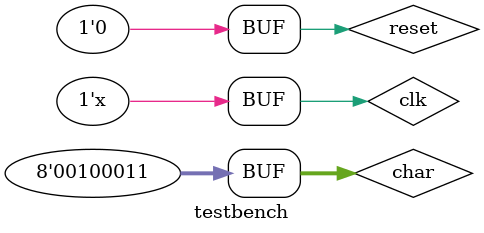
<source format=v>
`timescale 1ns / 1ps


module testbench;

	// Inputs
	reg clk;
	reg reset;
	reg [7:0] char;

	// Outputs
	wire [1:0] format_type;

	// Instantiate the Unit Under Test (UUT)
	cpu_checker uut (
		.clk(clk), 
		.reset(reset), 
		.char(char), 
		.format_type(format_type)
	);

	initial begin
		// Initialize Inputs
		clk = 1;
		reset = 0;
		char = "0";
		#2;
		char = "^";
		#2;
		char = "1";
		#2;
		char = "0";
		#2;
		char = "2";
		#2;
		char = "4";
		#2;
		char = "@";
		#2;
		char = "0";
		#2;
		char = "0";
		#2;
		char = "0";
		#2;
		char = "0";
		#2;
		char = "3";
		#2;
		char = "0";
		#2;
		char = "f";
		#2;
		char = "c";
		#2;
		char = ":";
		#2;
		char = " ";
		#2;
		char = "$";
		#2;
		char = "2";
		#2;
		char = " ";
		#2;
		char = "<";
		#2;
		char = "=";
		#2;
		char = " ";
		#2;
		char = "8";
		#2;
		char = "9";
		#2;
		char = "a";
		#2;
		char = "b";
		#2;
		char = "c";
		#2;
		char = "d";
		#2;
		char = "3";
		#2;
		char = "f";
		#2;
		char = "#";
		#2;
		char = "6";
		#2;
		char = "^";
		#2;
		char = "1";
		#2;
		char = "0";
		#2;
		char = "2";
		#2;
		char = "4";
		#2;
		char = "@";
		#2;
		char = "0";
		#2;
		char = "0";
		#2;
		char = "0";
		#2;
		char = "0";
		#2;
		char = "3";
		#2;
		char = "0";
		#2;
		char = "f";
		#2;
		char = "c";
		#2;
		char = ":";
		#2;
		char = " ";
		#2;
		char = "*";
		#2;
		char = "0";
		#2;
		char = "0";
		#2;
		char = "0";
		#2;
		char = "0";
		#2;
		char = "0";
		#2;
		char = "0";
		#2;
		char = "8";
		#2;
		char = "8";
		#2;
		char = "<";
		#2;
		char = "=";
		#2;
		char = " ";
		#2;
		char = "8";
		#2;
		char = "9";
		#2;
		char = "a";
		#2;
		char = "b";
		#2;
		char = "c";
		#2;
		char = "d";
		#2;
		char = "e";
		#2;
		char = "f";
		#2;
		char = "#";

		// Wait 100 ns for global reset to finish
        
		// Add stimulus here

	end
	always #1 clk = ~clk;
endmodule


</source>
